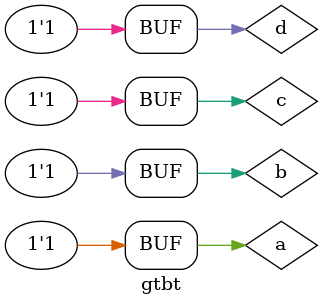
<source format=v>
`timescale 1ns / 1ps


module gtbt;

	// Inputs
	reg a;
	reg b;
	reg c;
	reg d;

	// Outputs
	wire w;
	wire x;
	wire y;
	wire z;

	// Instantiate the Unit Under Test (UUT)
	gtb1 uut (
		.a(a), 
		.b(b), 
		.c(c), 
		.d(d), 
		.w(w), 
		.x(x), 
		.y(y), 
		.z(z)
	);

	initial begin
		// Initialize Inputs
		a = 0;
		b = 0;
		c = 0;
		d = 0;

		// Wait 100 ns for global reset to finish
		#100;
        
		// Add stimulus here
		
//0001
		a = 1;
		b = 0;
		c = 0;
		d = 0;

		// Wait 100 ns for global reset to finish
		#100;
		
//0010
		a = 0;
		b = 1;
		c = 0;
		d = 0;

		// Wait 100 ns for global reset to finish
		#100;
		
//0011
		a = 1;
		b = 1;
		c = 0;
		d = 0;

		// Wait 100 ns for global reset to finish
		#100;
		
//0100

		a = 0;
		b = 0;
		c = 1;
		d = 0;

		// Wait 100 ns for global reset to finish
		#100;
		
//0101

		a = 1;
		b = 0;
		c = 1;
		d = 0;

		// Wait 100 ns for global reset to finish
		#100;
		
//0110

		a = 0;
		b = 1;
		c = 1;
		d = 0;

		// Wait 100 ns for global reset to finish
		#100;
		
//0111

		a = 1;
		b = 1;
		c = 1;
		d = 0;

		// Wait 100 ns for global reset to finish
		#100;
		
//1000

		a = 0;
		b = 0;
		c = 0;
		d = 1;

		// Wait 100 ns for global reset to finish
		#100;
		
//1001

		a = 1;
		b = 0;
		c = 0;
		d = 1;

		// Wait 100 ns for global reset to finish
		#100;

//1010

		a = 0;
		b = 1;
		c = 0;
		d = 1;

		// Wait 100 ns for global reset to finish
		#100;

//1011		
		a = 1;
		b = 1;
		c = 0;
		d = 1;

		// Wait 100 ns for global reset to finish
		#100;
		
//1100

		a = 0;
		b = 0;
		c = 1;
		d = 1;

		// Wait 100 ns for global reset to finish
		#100;
		
//1101
		a = 1;
		b = 0;
		c = 1;
		d = 1;

		// Wait 100 ns for global reset to finish
		#100;
		
//1110

		a = 0;
		b = 1;
		c = 1;
		d = 1;

		// Wait 100 ns for global reset to finish
		#100;		
		
//1111

		a = 1;
		b = 1;
		c = 1;
		d = 1;

		// Wait 100 ns for global reset to finish
		#100;
	end
      
endmodule


</source>
